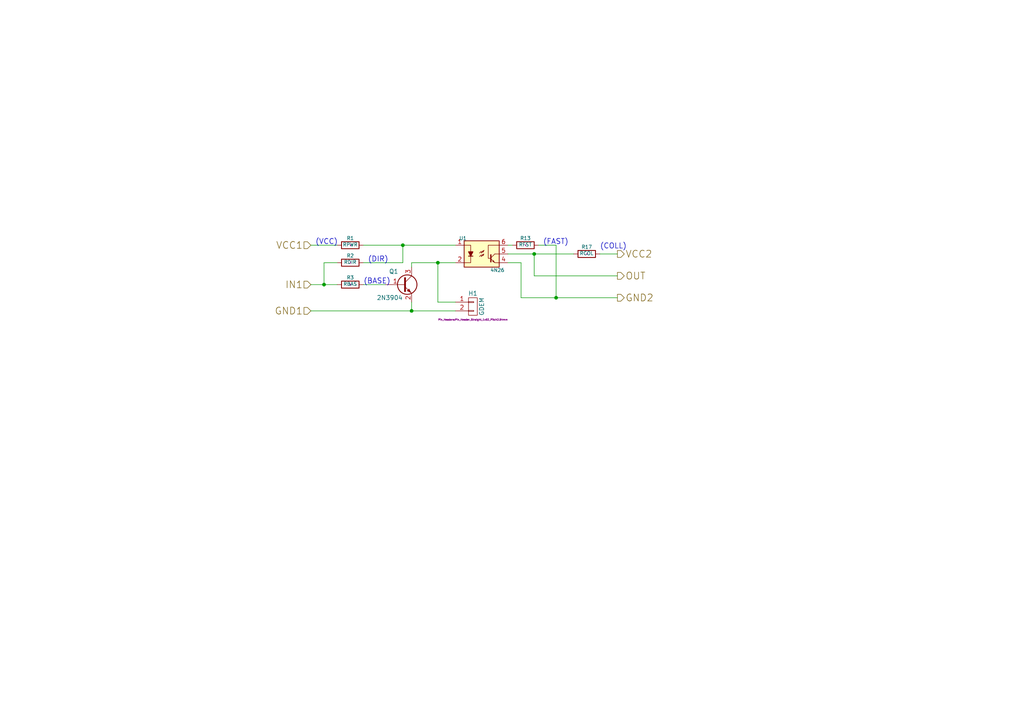
<source format=kicad_sch>
(kicad_sch (version 20230121) (generator eeschema)
  (paper "A4")
  (title_block (title "FAST OPTO CARD") (date "Thursday, June 08, 2017") (rev "X2"))
  (lib_symbols
    (symbol "OptoFast-2-rescue:4N26" (pin_names (offset 1.016))
      (property "Reference" "U" (at -5.08 5.08 0))
      (property "Value" "4N26" (at 0 5.08 0))
      (property "Footprint" "DIP-6" (at -5.08 -5.08 0))
      (symbol "4N26_0_1"
        (rectangle (start -5.08 3.81) (end 5.08 -3.81) (stroke (width 0.254)) (fill (type background)))
        (polyline (pts (xy -3.81 -0.635) (xy -2.54 -0.635)) (stroke (width 0.254)))
        (polyline (pts (xy 2.667 -1.397) (xy 3.81 -2.54)))
        (polyline (pts (xy 2.667 -1.143) (xy 3.81 0)))
        (polyline (pts (xy 3.81 -2.54) (xy 5.08 -2.54)))
        (polyline (pts (xy 3.81 0) (xy 5.08 0)))
        (polyline (pts (xy 2.667 -0.254) (xy 2.667 -2.286) (xy 2.667 -2.286)) (stroke (width 0.3556)))
        (polyline (pts (xy -5.08 -2.54) (xy -3.175 -2.54) (xy -3.175 2.54) (xy -5.08 2.54)))
        (polyline (pts (xy -3.175 -0.635) (xy -3.81 0.635) (xy -2.54 0.635) (xy -3.175 -0.635)) (stroke (width 0.254)) (fill (type outline)))
        (polyline (pts (xy -0.635 0.254) (xy -0.1016 0.762) (xy -0.1016 0.254) (xy 0.6604 1.016)))
        (polyline (pts (xy 0.6604 1.016) (xy 0.1524 0.762) (xy 0.4064 0.508) (xy 0.6604 1.016)))
        (polyline (pts (xy 3.683 -2.413) (xy 3.429 -1.905) (xy 3.175 -2.159) (xy 3.683 -2.413)))
        (polyline (pts (xy 5.08 2.54) (xy 1.905 2.54) (xy 1.905 -1.27) (xy 2.54 -1.27)))
        (polyline (pts (xy -0.635 -0.762) (xy -0.1016 -0.254) (xy -0.1016 -0.762) (xy 0.6604 0) (xy 0.1524 -0.254) (xy 0.4064 -0.508) (xy 0.6604 0)))
      )
      (symbol "4N26_1_1"
        (pin passive line (at -7.62 2.54 0) (length 2.54) (name "~") (number "1"))
        (pin passive line (at -7.62 -2.54 0) (length 2.54) (name "~") (number "2"))
        (pin passive line (at 7.62 -2.54 180) (length 2.54) (name "~") (number "4"))
        (pin passive line (at 7.62 0 180) (length 2.54) (name "~") (number "5"))
        (pin passive line (at 7.62 2.54 180) (length 2.54) (name "~") (number "6"))
      )
    )
    (symbol "OptoFast-2-rescue:CONN_01X02" (pin_names (offset 1.016) hide)
      (property "Reference" "P" (at 0 3.81 0))
      (property "Value" "CONN_01X02" (at 2.54 0 90))
      (symbol "CONN_01X02_0_1"
        (rectangle (start -1.27 -1.143) (end 0.254 -1.397))
        (rectangle (start -1.27 1.397) (end 0.254 1.143))
        (rectangle (start -1.27 2.54) (end 1.27 -2.54))
      )
      (symbol "CONN_01X02_1_1"
        (pin passive line (at -5.08 1.27 0) (length 3.81) (name "P1") (number "1"))
        (pin passive line (at -5.08 -1.27 0) (length 3.81) (name "P2") (number "2"))
      )
    )
    (symbol "OptoFast-2-rescue:R" (pin_numbers hide) (pin_names (offset 0))
      (property "Reference" "R" (at 2.032 0 90))
      (property "Value" "R" (at 0 0 90))
      (symbol "R_0_1"
        (rectangle (start -1.016 -2.54) (end 1.016 2.54) (stroke (width 0.254)))
      )
      (symbol "R_1_1"
        (pin passive line (at 0 3.81 270) (length 1.27) (name "~") (number "1"))
        (pin passive line (at 0 -3.81 90) (length 1.27) (name "~") (number "2"))
      )
    )
    (symbol "OptoFast-rescue:Q_NPN_BEC-RESCUE-OptoFast" (pin_names (offset 0) hide)
      (property "Reference" "Q" (at 7.62 1.27 0))
      (property "Value" "Q_NPN_BEC-RESCUE-OptoFast" (at 15.24 -1.27 0))
      (symbol "Q_NPN_BEC-RESCUE-OptoFast_0_1"
        (polyline (pts (xy 0.635 0.635) (xy 2.54 2.54)))
        (polyline (pts (xy 0.635 -0.635) (xy 2.54 -2.54) (xy 2.54 -2.54)))
        (polyline (pts (xy 0.635 1.905) (xy 0.635 -1.905) (xy 0.635 -1.905)) (stroke (width 0.508)))
        (polyline (pts (xy 1.27 -1.778) (xy 1.778 -1.27) (xy 2.286 -2.286) (xy 1.27 -1.778) (xy 1.27 -1.778)) (fill (type outline)))
        (circle (center 1.27 0) (radius 2.8194) (stroke (width 0.254)))
      )
      (symbol "Q_NPN_BEC-RESCUE-OptoFast_1_1"
        (pin input line (at -5.08 0 0) (length 5.715) (name "B") (number "1"))
        (pin open_emitter line (at 2.54 -5.08 90) (length 2.54) (name "E") (number "2"))
        (pin open_collector line (at 2.54 5.08 270) (length 2.54) (name "C") (number "3"))
      )
    )
  )
  (junction (at 119.38 90.17))
  (junction (at 161.29 86.36))
  (junction (at 116.84 71.12))
  (junction (at 93.98 82.55))
  (junction (at 127 76.2))
  (junction (at 154.94 73.66))
  (wire (pts (xy 119.38 90.17) (xy 119.38 87.63)))
  (wire (pts (xy 154.94 73.66) (xy 166.37 73.66)))
  (wire (pts (xy 119.38 76.2) (xy 127 76.2)))
  (wire (pts (xy 105.41 71.12) (xy 116.84 71.12)))
  (wire (pts (xy 173.99 73.66) (xy 179.07 73.66)))
  (wire (pts (xy 97.79 71.12) (xy 90.17 71.12)))
  (wire (pts (xy 154.94 73.66) (xy 154.94 80.01)))
  (wire (pts (xy 156.21 71.12) (xy 161.29 71.12)))
  (wire (pts (xy 93.98 76.2) (xy 97.79 76.2)))
  (wire (pts (xy 127 87.63) (xy 127 76.2)))
  (wire (pts (xy 119.38 77.47) (xy 119.38 76.2)))
  (wire (pts (xy 147.32 73.66) (xy 154.94 73.66)))
  (wire (pts (xy 93.98 82.55) (xy 97.79 82.55)))
  (wire (pts (xy 90.17 82.55) (xy 93.98 82.55)))
  (wire (pts (xy 93.98 82.55) (xy 93.98 76.2)))
  (wire (pts (xy 90.17 90.17) (xy 119.38 90.17)))
  (wire (pts (xy 147.32 76.2) (xy 151.13 76.2)))
  (wire (pts (xy 132.08 87.63) (xy 127 87.63)))
  (wire (pts (xy 151.13 76.2) (xy 151.13 86.36)))
  (wire (pts (xy 151.13 86.36) (xy 161.29 86.36)))
  (wire (pts (xy 116.84 71.12) (xy 132.08 71.12)))
  (wire (pts (xy 119.38 90.17) (xy 132.08 90.17)))
  (wire (pts (xy 161.29 71.12) (xy 161.29 86.36)))
  (wire (pts (xy 127 76.2) (xy 132.08 76.2)))
  (wire (pts (xy 105.41 76.2) (xy 116.84 76.2)))
  (wire (pts (xy 147.32 71.12) (xy 148.59 71.12)))
  (wire (pts (xy 154.94 80.01) (xy 179.07 80.01)))
  (wire (pts (xy 116.84 76.2) (xy 116.84 71.12)))
  (wire (pts (xy 105.41 82.55) (xy 111.76 82.55)))
  (wire (pts (xy 161.29 86.36) (xy 179.07 86.36)))
  (text "(FAST)" (at 157.48 71.12 0) (effects (font (size 1.524 1.524)) (justify left bottom)))
  (text "(COLL)" (at 173.99 72.39 0) (effects (font (size 1.524 1.524)) (justify left bottom)))
  (text "(VCC)" (at 91.44 71.12 0) (effects (font (size 1.524 1.524)) (justify left bottom)))
  (text "(DIR)" (at 106.68 76.2 0) (effects (font (size 1.524 1.524)) (justify left bottom)))
  (text "(BASE)" (at 105.41 82.55 0) (effects (font (size 1.524 1.524)) (justify left bottom)))
  (hierarchical_label "VCC1" (shape input) (at 90.17 71.12 180) (effects (font (size 2.0066 2.0066))))
  (hierarchical_label "VCC2" (shape output) (at 179.07 73.66 0) (effects (font (size 2.0066 2.0066))))
  (hierarchical_label "OUT" (shape output) (at 179.07 80.01 0) (effects (font (size 2.0066 2.0066))))
  (hierarchical_label "GND1" (shape input) (at 90.17 90.17 180) (effects (font (size 2.0066 2.0066))))
  (hierarchical_label "GND2" (shape output) (at 179.07 86.36 0) (effects (font (size 2.0066 2.0066))))
  (hierarchical_label "IN1" (shape input) (at 90.17 82.55 180) (effects (font (size 2.0066 2.0066))))
  (symbol (lib_id "OptoFast-2-rescue:4N26") (at 139.7 73.66 0) (unit 1)
    (property "Reference" "U1" (at 134.2644 69.1134 0) (effects (font (size 1.016 1.016))))
    (property "Value" "4N26" (at 144.272 78.359 0) (effects (font (size 1.016 1.016))))
    (property "Footprint" "Housings_DIP:DIP-6_W7.62mm_LongPads" (effects hide))
    (instances (project "OptoFast-2" (path "" (reference "U1") (unit 1)) (path "" (reference "U2") (unit 1)) (path "" (reference "U3") (unit 1)) (path "" (reference "U4") (unit 1))))
  )
  (symbol (lib_id "OptoFast-2-rescue:R") (at 101.6 71.12 90) (unit 1)
    (property "Reference" "R1" (at 101.6 69.088 90) (effects (font (size 1.016 1.016))))
    (property "Value" "RPWR" (at 101.5746 70.9422 90) (effects (font (size 1.016 1.016))))
    (property "Footprint" "Resistors_SMD:R_0805_HandSoldering" (effects hide))
    (property "Datasheet" "~" (at 101.6 71.12 0) (effects (font (size 0.762 0.762))))
    (instances (project "OptoFast-2" (path "" (reference "R1") (unit 1)) (path "" (reference "R4") (unit 1)) (path "" (reference "R7") (unit 1)) (path "" (reference "R10") (unit 1))))
  )
  (symbol (lib_id "OptoFast-2-rescue:R") (at 170.18 73.66 90) (unit 1)
    (property "Reference" "R17" (at 170.18 71.628 90) (effects (font (size 1.016 1.016))))
    (property "Value" "RCOL" (at 170.1546 73.4822 90) (effects (font (size 1.016 1.016))))
    (property "Footprint" "Resistors_SMD:R_0805_HandSoldering" (effects hide))
    (property "Datasheet" "~" (at 170.18 73.66 0) (effects (font (size 0.762 0.762))))
    (instances (project "OptoFast-2" (path "" (reference "R17") (unit 1)) (path "" (reference "R18") (unit 1)) (path "" (reference "R19") (unit 1)) (path "" (reference "R20") (unit 1))))
  )
  (symbol (lib_id "OptoFast-rescue:Q_NPN_BEC-RESCUE-OptoFast") (at 116.84 82.55 0) (unit 1)
    (property "Reference" "Q1" (at 115.57 78.74 0) (effects (justify right)))
    (property "Value" "2N3904" (at 116.84 86.36 0) (effects (justify right)))
    (property "Footprint" "Housings_SOT-23_SOT-143_TSOT-6:SOT-23_Handsoldering" (effects hide))
    (instances (project "OptoFast-2" (path "" (reference "Q1") (unit 1)) (path "" (reference "Q2") (unit 1)) (path "" (reference "Q3") (unit 1)) (path "" (reference "Q4") (unit 1))))
  )
  (symbol (lib_id "OptoFast-2-rescue:R") (at 152.4 71.12 90) (unit 1)
    (property "Reference" "R13" (at 152.4 69.088 90) (effects (font (size 1.016 1.016))))
    (property "Value" "RFST" (at 152.3746 70.9422 90) (effects (font (size 1.016 1.016))))
    (property "Footprint" "Resistors_SMD:R_0805_HandSoldering" (effects hide))
    (property "Datasheet" "~" (at 152.4 71.12 0) (effects (font (size 0.762 0.762))))
    (instances (project "OptoFast-2" (path "" (reference "R13") (unit 1)) (path "" (reference "R14") (unit 1)) (path "" (reference "R15") (unit 1)) (path "" (reference "R16") (unit 1))))
  )
  (symbol (lib_id "OptoFast-2-rescue:R") (at 101.6 82.55 90) (unit 1)
    (property "Reference" "R3" (at 101.6 80.518 90) (effects (font (size 1.016 1.016))))
    (property "Value" "RBAS" (at 101.5746 82.3722 90) (effects (font (size 1.016 1.016))))
    (property "Footprint" "Resistors_SMD:R_0805_HandSoldering" (effects hide))
    (property "Datasheet" "~" (at 101.6 82.55 0) (effects (font (size 0.762 0.762))))
    (instances (project "OptoFast-2" (path "" (reference "R3") (unit 1)) (path "" (reference "R6") (unit 1)) (path "" (reference "R9") (unit 1)) (path "" (reference "R12") (unit 1))))
  )
  (symbol (lib_id "OptoFast-2-rescue:R") (at 101.6 76.2 90) (unit 1)
    (property "Reference" "R2" (at 101.6 74.168 90) (effects (font (size 1.016 1.016))))
    (property "Value" "RDIR" (at 101.5746 76.0222 90) (effects (font (size 1.016 1.016))))
    (property "Footprint" "Resistors_SMD:R_0805_HandSoldering" (effects hide))
    (property "Datasheet" "~" (at 101.6 76.2 0) (effects (font (size 0.762 0.762))))
    (instances (project "OptoFast-2" (path "" (reference "R2") (unit 1)) (path "" (reference "R5") (unit 1)) (path "" (reference "R8") (unit 1)) (path "" (reference "R11") (unit 1))))
  )
  (symbol (lib_id "OptoFast-2-rescue:CONN_01X02") (at 137.16 88.9 0) (unit 1)
    (property "Reference" "H1" (at 137.16 85.09 0))
    (property "Value" "GDEM" (at 139.7 88.9 90))
    (property "Footprint" "Pin_Headers:Pin_Header_Straight_1x02_Pitch2.54mm" (at 137.16 92.71 0) (effects (font (size 0.508 0.508))))
    (instances (project "OptoFast-2" (path "" (reference "H1") (unit 1)) (path "" (reference "H2") (unit 1)) (path "" (reference "H3") (unit 1)) (path "" (reference "H4") (unit 1))))
  )
)
</source>
